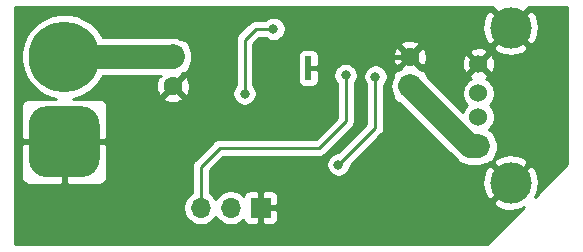
<source format=gbr>
%TF.GenerationSoftware,KiCad,Pcbnew,5.1.10*%
%TF.CreationDate,2021-11-10T11:09:16+01:00*%
%TF.ProjectId,Buck-Converter,4275636b-2d43-46f6-9e76-65727465722e,rev?*%
%TF.SameCoordinates,Original*%
%TF.FileFunction,Copper,L2,Bot*%
%TF.FilePolarity,Positive*%
%FSLAX46Y46*%
G04 Gerber Fmt 4.6, Leading zero omitted, Abs format (unit mm)*
G04 Created by KiCad (PCBNEW 5.1.10) date 2021-11-10 11:09:16*
%MOMM*%
%LPD*%
G01*
G04 APERTURE LIST*
%TA.AperFunction,ComponentPad*%
%ADD10C,1.524000*%
%TD*%
%TA.AperFunction,ComponentPad*%
%ADD11R,1.524000X1.524000*%
%TD*%
%TA.AperFunction,ComponentPad*%
%ADD12C,3.500000*%
%TD*%
%TA.AperFunction,SMDPad,CuDef*%
%ADD13R,0.500000X2.000000*%
%TD*%
%TA.AperFunction,ComponentPad*%
%ADD14C,0.500000*%
%TD*%
%TA.AperFunction,ComponentPad*%
%ADD15C,6.000000*%
%TD*%
%TA.AperFunction,ComponentPad*%
%ADD16O,1.700000X1.700000*%
%TD*%
%TA.AperFunction,ComponentPad*%
%ADD17R,1.700000X1.700000*%
%TD*%
%TA.AperFunction,ComponentPad*%
%ADD18C,1.600000*%
%TD*%
%TA.AperFunction,ComponentPad*%
%ADD19R,1.600000X1.600000*%
%TD*%
%TA.AperFunction,ViaPad*%
%ADD20C,0.800000*%
%TD*%
%TA.AperFunction,Conductor*%
%ADD21C,0.400000*%
%TD*%
%TA.AperFunction,Conductor*%
%ADD22C,2.000000*%
%TD*%
%TA.AperFunction,Conductor*%
%ADD23C,0.250000*%
%TD*%
%TA.AperFunction,Conductor*%
%ADD24C,0.254000*%
%TD*%
%TA.AperFunction,Conductor*%
%ADD25C,0.100000*%
%TD*%
G04 APERTURE END LIST*
D10*
%TO.P,J3,4*%
%TO.N,GND*%
X126360000Y-71440000D03*
%TO.P,J3,3*%
%TO.N,Net-(J3-Pad3)*%
X126360000Y-73940000D03*
%TO.P,J3,2*%
%TO.N,Net-(J3-Pad2)*%
X126360000Y-75940000D03*
D11*
%TO.P,J3,1*%
%TO.N,Net-(C3-Pad1)*%
X126360000Y-78440000D03*
D12*
%TO.P,J3,5*%
%TO.N,GND*%
X129070000Y-81510000D03*
X129070000Y-68370000D03*
%TD*%
D13*
%TO.P,U1,9*%
%TO.N,GND*%
X111940000Y-71790000D03*
D14*
X111940000Y-72540000D03*
X111940000Y-71790000D03*
X111940000Y-71040000D03*
%TD*%
%TO.P,J2,1*%
%TO.N,GND*%
%TA.AperFunction,ComponentPad*%
G36*
G01*
X92780000Y-81040000D02*
X89780000Y-81040000D01*
G75*
G02*
X88280000Y-79540000I0J1500000D01*
G01*
X88280000Y-76540000D01*
G75*
G02*
X89780000Y-75040000I1500000J0D01*
G01*
X92780000Y-75040000D01*
G75*
G02*
X94280000Y-76540000I0J-1500000D01*
G01*
X94280000Y-79540000D01*
G75*
G02*
X92780000Y-81040000I-1500000J0D01*
G01*
G37*
%TD.AperFunction*%
D15*
%TO.P,J2,2*%
%TO.N,Net-(C1-Pad1)*%
X91280000Y-70840000D03*
%TD*%
D16*
%TO.P,J1,3*%
%TO.N,Net-(J1-Pad3)*%
X102840000Y-83630000D03*
%TO.P,J1,2*%
%TO.N,Net-(J1-Pad2)*%
X105380000Y-83630000D03*
D17*
%TO.P,J1,1*%
%TO.N,GND*%
X107920000Y-83630000D03*
%TD*%
D18*
%TO.P,C3,2*%
%TO.N,GND*%
X120550000Y-70830000D03*
D19*
%TO.P,C3,1*%
%TO.N,Net-(C3-Pad1)*%
X120550000Y-73330000D03*
%TD*%
D18*
%TO.P,C1,2*%
%TO.N,GND*%
X100490000Y-73320000D03*
D19*
%TO.P,C1,1*%
%TO.N,Net-(C1-Pad1)*%
X100490000Y-70820000D03*
%TD*%
D20*
%TO.N,Net-(J1-Pad3)*%
X115110000Y-72400000D03*
%TO.N,Net-(Q1-Pad3)*%
X109000000Y-68490000D03*
X106550000Y-73960000D03*
%TO.N,Net-(R4-Pad2)*%
X117630000Y-72520000D03*
X114500000Y-79970000D03*
%TD*%
D21*
%TO.N,GND*%
X111940000Y-71790000D02*
X113090000Y-71790000D01*
X114050000Y-70830000D02*
X120550000Y-70830000D01*
X113090000Y-71790000D02*
X114050000Y-70830000D01*
D22*
%TO.N,Net-(C1-Pad1)*%
X100470000Y-70840000D02*
X100490000Y-70820000D01*
X91280000Y-70840000D02*
X100470000Y-70840000D01*
%TO.N,Net-(C3-Pad1)*%
X125660000Y-78440000D02*
X120550000Y-73330000D01*
X126360000Y-78440000D02*
X125660000Y-78440000D01*
D23*
%TO.N,Net-(J1-Pad3)*%
X115110000Y-72400000D02*
X115110000Y-76320000D01*
X115110000Y-76320000D02*
X112880000Y-78550000D01*
X112880000Y-78550000D02*
X104440000Y-78550000D01*
X102840000Y-80150000D02*
X102840000Y-83630000D01*
X104440000Y-78550000D02*
X102840000Y-80150000D01*
%TO.N,Net-(Q1-Pad3)*%
X109000000Y-68490000D02*
X107500000Y-68490000D01*
X106550000Y-69440000D02*
X106550000Y-73960000D01*
X107500000Y-68490000D02*
X106550000Y-69440000D01*
%TO.N,Net-(R4-Pad2)*%
X117630000Y-72520000D02*
X117630000Y-76840000D01*
X117630000Y-76840000D02*
X114500000Y-79970000D01*
X114500000Y-79970000D02*
X114500000Y-79970000D01*
%TD*%
D24*
%TO.N,GND*%
X127579997Y-66700391D02*
X129070000Y-68190395D01*
X130560003Y-66700391D01*
X130532518Y-66650000D01*
X133890000Y-66650000D01*
X133890001Y-79946618D01*
X131142918Y-82693701D01*
X131296513Y-82396591D01*
X131426696Y-81945185D01*
X131466313Y-81477054D01*
X131413842Y-81010189D01*
X131271297Y-80562532D01*
X131080766Y-80206073D01*
X130739609Y-80019997D01*
X129249605Y-81510000D01*
X129263748Y-81524142D01*
X129084142Y-81703748D01*
X129070000Y-81689605D01*
X127579997Y-83179609D01*
X127766073Y-83520766D01*
X128183409Y-83736513D01*
X128634815Y-83866696D01*
X129102946Y-83906313D01*
X129569811Y-83853842D01*
X130017468Y-83711297D01*
X130249169Y-83587450D01*
X127096620Y-86740000D01*
X87150000Y-86740000D01*
X87150000Y-83483740D01*
X101355000Y-83483740D01*
X101355000Y-83776260D01*
X101412068Y-84063158D01*
X101524010Y-84333411D01*
X101686525Y-84576632D01*
X101893368Y-84783475D01*
X102136589Y-84945990D01*
X102406842Y-85057932D01*
X102693740Y-85115000D01*
X102986260Y-85115000D01*
X103273158Y-85057932D01*
X103543411Y-84945990D01*
X103786632Y-84783475D01*
X103993475Y-84576632D01*
X104110000Y-84402240D01*
X104226525Y-84576632D01*
X104433368Y-84783475D01*
X104676589Y-84945990D01*
X104946842Y-85057932D01*
X105233740Y-85115000D01*
X105526260Y-85115000D01*
X105813158Y-85057932D01*
X106083411Y-84945990D01*
X106326632Y-84783475D01*
X106458487Y-84651620D01*
X106480498Y-84724180D01*
X106539463Y-84834494D01*
X106618815Y-84931185D01*
X106715506Y-85010537D01*
X106825820Y-85069502D01*
X106945518Y-85105812D01*
X107070000Y-85118072D01*
X107634250Y-85115000D01*
X107793000Y-84956250D01*
X107793000Y-83757000D01*
X108047000Y-83757000D01*
X108047000Y-84956250D01*
X108205750Y-85115000D01*
X108770000Y-85118072D01*
X108894482Y-85105812D01*
X109014180Y-85069502D01*
X109124494Y-85010537D01*
X109221185Y-84931185D01*
X109300537Y-84834494D01*
X109359502Y-84724180D01*
X109395812Y-84604482D01*
X109408072Y-84480000D01*
X109405000Y-83915750D01*
X109246250Y-83757000D01*
X108047000Y-83757000D01*
X107793000Y-83757000D01*
X107773000Y-83757000D01*
X107773000Y-83503000D01*
X107793000Y-83503000D01*
X107793000Y-82303750D01*
X108047000Y-82303750D01*
X108047000Y-83503000D01*
X109246250Y-83503000D01*
X109405000Y-83344250D01*
X109408072Y-82780000D01*
X109395812Y-82655518D01*
X109359502Y-82535820D01*
X109300537Y-82425506D01*
X109221185Y-82328815D01*
X109124494Y-82249463D01*
X109014180Y-82190498D01*
X108894482Y-82154188D01*
X108770000Y-82141928D01*
X108205750Y-82145000D01*
X108047000Y-82303750D01*
X107793000Y-82303750D01*
X107634250Y-82145000D01*
X107070000Y-82141928D01*
X106945518Y-82154188D01*
X106825820Y-82190498D01*
X106715506Y-82249463D01*
X106618815Y-82328815D01*
X106539463Y-82425506D01*
X106480498Y-82535820D01*
X106458487Y-82608380D01*
X106326632Y-82476525D01*
X106083411Y-82314010D01*
X105813158Y-82202068D01*
X105526260Y-82145000D01*
X105233740Y-82145000D01*
X104946842Y-82202068D01*
X104676589Y-82314010D01*
X104433368Y-82476525D01*
X104226525Y-82683368D01*
X104110000Y-82857760D01*
X103993475Y-82683368D01*
X103786632Y-82476525D01*
X103600000Y-82351822D01*
X103600000Y-81542946D01*
X126673687Y-81542946D01*
X126726158Y-82009811D01*
X126868703Y-82457468D01*
X127059234Y-82813927D01*
X127400391Y-83000003D01*
X128890395Y-81510000D01*
X127400391Y-80019997D01*
X127059234Y-80206073D01*
X126843487Y-80623409D01*
X126713304Y-81074815D01*
X126673687Y-81542946D01*
X103600000Y-81542946D01*
X103600000Y-80464801D01*
X104196740Y-79868061D01*
X113465000Y-79868061D01*
X113465000Y-80071939D01*
X113504774Y-80271898D01*
X113582795Y-80460256D01*
X113696063Y-80629774D01*
X113840226Y-80773937D01*
X114009744Y-80887205D01*
X114198102Y-80965226D01*
X114398061Y-81005000D01*
X114601939Y-81005000D01*
X114801898Y-80965226D01*
X114990256Y-80887205D01*
X115159774Y-80773937D01*
X115303937Y-80629774D01*
X115417205Y-80460256D01*
X115495226Y-80271898D01*
X115535000Y-80071939D01*
X115535000Y-80009801D01*
X118141008Y-77403795D01*
X118170001Y-77380001D01*
X118193795Y-77351008D01*
X118193799Y-77351004D01*
X118264973Y-77264277D01*
X118264974Y-77264276D01*
X118335546Y-77132247D01*
X118379003Y-76988986D01*
X118390000Y-76877333D01*
X118390000Y-76877324D01*
X118393676Y-76840001D01*
X118390000Y-76802678D01*
X118390000Y-73330000D01*
X118907089Y-73330000D01*
X118938658Y-73650516D01*
X119032148Y-73958714D01*
X119111928Y-74107971D01*
X119111928Y-74130000D01*
X119124188Y-74254482D01*
X119160498Y-74374180D01*
X119219463Y-74484494D01*
X119298815Y-74581185D01*
X119395506Y-74660537D01*
X119505820Y-74719502D01*
X119625518Y-74755812D01*
X119667731Y-74759970D01*
X124447080Y-79539319D01*
X124498286Y-79601714D01*
X124747248Y-79806031D01*
X125031285Y-79957852D01*
X125339484Y-80051343D01*
X125579678Y-80075000D01*
X125579680Y-80075000D01*
X125659999Y-80082911D01*
X125740319Y-80075000D01*
X126440322Y-80075000D01*
X126680516Y-80051343D01*
X126988715Y-79957852D01*
X127208468Y-79840391D01*
X127579997Y-79840391D01*
X129070000Y-81330395D01*
X130560003Y-79840391D01*
X130373927Y-79499234D01*
X129956591Y-79283487D01*
X129505185Y-79153304D01*
X129037054Y-79113687D01*
X128570189Y-79166158D01*
X128122532Y-79308703D01*
X127766073Y-79499234D01*
X127579997Y-79840391D01*
X127208468Y-79840391D01*
X127228732Y-79829560D01*
X127246482Y-79827812D01*
X127366180Y-79791502D01*
X127476494Y-79732537D01*
X127573185Y-79653185D01*
X127652537Y-79556494D01*
X127711502Y-79446180D01*
X127747812Y-79326482D01*
X127749560Y-79308732D01*
X127877852Y-79068715D01*
X127971343Y-78760516D01*
X128002911Y-78440000D01*
X127971343Y-78119484D01*
X127877852Y-77811285D01*
X127749560Y-77571268D01*
X127747812Y-77553518D01*
X127711502Y-77433820D01*
X127652537Y-77323506D01*
X127573185Y-77226815D01*
X127476494Y-77147463D01*
X127366180Y-77088498D01*
X127246482Y-77052188D01*
X127228732Y-77050440D01*
X127219792Y-77045662D01*
X127250535Y-77025120D01*
X127445120Y-76830535D01*
X127598005Y-76601727D01*
X127703314Y-76347490D01*
X127757000Y-76077592D01*
X127757000Y-75802408D01*
X127703314Y-75532510D01*
X127598005Y-75278273D01*
X127445120Y-75049465D01*
X127335655Y-74940000D01*
X127445120Y-74830535D01*
X127598005Y-74601727D01*
X127703314Y-74347490D01*
X127757000Y-74077592D01*
X127757000Y-73802408D01*
X127703314Y-73532510D01*
X127598005Y-73278273D01*
X127445120Y-73049465D01*
X127250535Y-72854880D01*
X127021727Y-72701995D01*
X126994599Y-72690758D01*
X127078980Y-72645656D01*
X127145960Y-72405565D01*
X126360000Y-71619605D01*
X125574040Y-72405565D01*
X125641020Y-72645656D01*
X125731533Y-72688218D01*
X125698273Y-72701995D01*
X125469465Y-72854880D01*
X125274880Y-73049465D01*
X125121995Y-73278273D01*
X125016686Y-73532510D01*
X124963000Y-73802408D01*
X124963000Y-74077592D01*
X125016686Y-74347490D01*
X125121995Y-74601727D01*
X125274880Y-74830535D01*
X125384345Y-74940000D01*
X125274880Y-75049465D01*
X125121995Y-75278273D01*
X125030763Y-75498525D01*
X121979970Y-72447731D01*
X121975812Y-72405518D01*
X121939502Y-72285820D01*
X121880537Y-72175506D01*
X121801185Y-72078815D01*
X121704494Y-71999463D01*
X121594180Y-71940498D01*
X121474482Y-71904188D01*
X121350000Y-71891928D01*
X121342785Y-71891928D01*
X121363097Y-71822702D01*
X120550000Y-71009605D01*
X119736903Y-71822702D01*
X119757215Y-71891928D01*
X119750000Y-71891928D01*
X119625518Y-71904188D01*
X119505820Y-71940498D01*
X119395506Y-71999463D01*
X119298815Y-72078815D01*
X119219463Y-72175506D01*
X119160498Y-72285820D01*
X119124188Y-72405518D01*
X119111928Y-72530000D01*
X119111928Y-72552029D01*
X119032148Y-72701286D01*
X118938658Y-73009484D01*
X118907089Y-73330000D01*
X118390000Y-73330000D01*
X118390000Y-73223711D01*
X118433937Y-73179774D01*
X118547205Y-73010256D01*
X118625226Y-72821898D01*
X118665000Y-72621939D01*
X118665000Y-72418061D01*
X118625226Y-72218102D01*
X118547205Y-72029744D01*
X118433937Y-71860226D01*
X118289774Y-71716063D01*
X118120256Y-71602795D01*
X117931898Y-71524774D01*
X117731939Y-71485000D01*
X117528061Y-71485000D01*
X117328102Y-71524774D01*
X117139744Y-71602795D01*
X116970226Y-71716063D01*
X116826063Y-71860226D01*
X116712795Y-72029744D01*
X116634774Y-72218102D01*
X116595000Y-72418061D01*
X116595000Y-72621939D01*
X116634774Y-72821898D01*
X116712795Y-73010256D01*
X116826063Y-73179774D01*
X116870000Y-73223711D01*
X116870001Y-76525196D01*
X114460199Y-78935000D01*
X114398061Y-78935000D01*
X114198102Y-78974774D01*
X114009744Y-79052795D01*
X113840226Y-79166063D01*
X113696063Y-79310226D01*
X113582795Y-79479744D01*
X113504774Y-79668102D01*
X113465000Y-79868061D01*
X104196740Y-79868061D01*
X104754802Y-79310000D01*
X112842678Y-79310000D01*
X112880000Y-79313676D01*
X112917322Y-79310000D01*
X112917333Y-79310000D01*
X113028986Y-79299003D01*
X113172247Y-79255546D01*
X113304276Y-79184974D01*
X113420001Y-79090001D01*
X113443804Y-79060997D01*
X115621003Y-76883799D01*
X115650001Y-76860001D01*
X115744974Y-76744276D01*
X115815546Y-76612247D01*
X115859003Y-76468986D01*
X115870000Y-76357333D01*
X115870000Y-76357324D01*
X115873676Y-76320001D01*
X115870000Y-76282678D01*
X115870000Y-73103711D01*
X115913937Y-73059774D01*
X116027205Y-72890256D01*
X116105226Y-72701898D01*
X116145000Y-72501939D01*
X116145000Y-72298061D01*
X116105226Y-72098102D01*
X116027205Y-71909744D01*
X115913937Y-71740226D01*
X115769774Y-71596063D01*
X115600256Y-71482795D01*
X115411898Y-71404774D01*
X115211939Y-71365000D01*
X115008061Y-71365000D01*
X114808102Y-71404774D01*
X114619744Y-71482795D01*
X114450226Y-71596063D01*
X114306063Y-71740226D01*
X114192795Y-71909744D01*
X114114774Y-72098102D01*
X114075000Y-72298061D01*
X114075000Y-72501939D01*
X114114774Y-72701898D01*
X114192795Y-72890256D01*
X114306063Y-73059774D01*
X114350000Y-73103711D01*
X114350001Y-76005197D01*
X112565199Y-77790000D01*
X104477325Y-77790000D01*
X104440000Y-77786324D01*
X104402675Y-77790000D01*
X104402667Y-77790000D01*
X104291014Y-77800997D01*
X104147753Y-77844454D01*
X104015724Y-77915026D01*
X103899999Y-78009999D01*
X103876201Y-78038997D01*
X102329003Y-79586196D01*
X102299999Y-79609999D01*
X102252316Y-79668102D01*
X102205026Y-79725724D01*
X102143905Y-79840072D01*
X102134454Y-79857754D01*
X102090997Y-80001015D01*
X102080000Y-80112668D01*
X102080000Y-80112678D01*
X102076324Y-80150000D01*
X102080000Y-80187323D01*
X102080001Y-82351821D01*
X101893368Y-82476525D01*
X101686525Y-82683368D01*
X101524010Y-82926589D01*
X101412068Y-83196842D01*
X101355000Y-83483740D01*
X87150000Y-83483740D01*
X87150000Y-81040000D01*
X87641928Y-81040000D01*
X87654188Y-81164482D01*
X87690498Y-81284180D01*
X87749463Y-81394494D01*
X87828815Y-81491185D01*
X87925506Y-81570537D01*
X88035820Y-81629502D01*
X88155518Y-81665812D01*
X88280000Y-81678072D01*
X90994250Y-81675000D01*
X91153000Y-81516250D01*
X91153000Y-78167000D01*
X91407000Y-78167000D01*
X91407000Y-81516250D01*
X91565750Y-81675000D01*
X94280000Y-81678072D01*
X94404482Y-81665812D01*
X94524180Y-81629502D01*
X94634494Y-81570537D01*
X94731185Y-81491185D01*
X94810537Y-81394494D01*
X94869502Y-81284180D01*
X94905812Y-81164482D01*
X94918072Y-81040000D01*
X94915000Y-78325750D01*
X94756250Y-78167000D01*
X91407000Y-78167000D01*
X91153000Y-78167000D01*
X87803750Y-78167000D01*
X87645000Y-78325750D01*
X87641928Y-81040000D01*
X87150000Y-81040000D01*
X87150000Y-75040000D01*
X87641928Y-75040000D01*
X87645000Y-77754250D01*
X87803750Y-77913000D01*
X91153000Y-77913000D01*
X91153000Y-77893000D01*
X91407000Y-77893000D01*
X91407000Y-77913000D01*
X94756250Y-77913000D01*
X94915000Y-77754250D01*
X94918072Y-75040000D01*
X94905812Y-74915518D01*
X94869502Y-74795820D01*
X94810537Y-74685506D01*
X94731185Y-74588815D01*
X94634494Y-74509463D01*
X94524180Y-74450498D01*
X94404482Y-74414188D01*
X94280000Y-74401928D01*
X91992357Y-74404517D01*
X92340290Y-74335309D01*
X92394868Y-74312702D01*
X99676903Y-74312702D01*
X99748486Y-74556671D01*
X100003996Y-74677571D01*
X100278184Y-74746300D01*
X100560512Y-74760217D01*
X100840130Y-74718787D01*
X101106292Y-74623603D01*
X101231514Y-74556671D01*
X101303097Y-74312702D01*
X100490000Y-73499605D01*
X99676903Y-74312702D01*
X92394868Y-74312702D01*
X93001818Y-74061295D01*
X93597177Y-73663489D01*
X94103489Y-73157177D01*
X94501295Y-72561818D01*
X94537256Y-72475000D01*
X99465393Y-72475000D01*
X99497296Y-72506903D01*
X99253329Y-72578486D01*
X99132429Y-72833996D01*
X99063700Y-73108184D01*
X99049783Y-73390512D01*
X99091213Y-73670130D01*
X99186397Y-73936292D01*
X99253329Y-74061514D01*
X99497298Y-74133097D01*
X100310395Y-73320000D01*
X100669605Y-73320000D01*
X101482702Y-74133097D01*
X101726671Y-74061514D01*
X101822939Y-73858061D01*
X105515000Y-73858061D01*
X105515000Y-74061939D01*
X105554774Y-74261898D01*
X105632795Y-74450256D01*
X105746063Y-74619774D01*
X105890226Y-74763937D01*
X106059744Y-74877205D01*
X106248102Y-74955226D01*
X106448061Y-74995000D01*
X106651939Y-74995000D01*
X106851898Y-74955226D01*
X107040256Y-74877205D01*
X107209774Y-74763937D01*
X107353937Y-74619774D01*
X107467205Y-74450256D01*
X107545226Y-74261898D01*
X107585000Y-74061939D01*
X107585000Y-73858061D01*
X107545226Y-73658102D01*
X107467205Y-73469744D01*
X107353937Y-73300226D01*
X107310000Y-73256289D01*
X107310000Y-70797688D01*
X111051974Y-70797688D01*
X111055000Y-71504250D01*
X111087856Y-71537106D01*
X111054887Y-71703998D01*
X111055116Y-71878328D01*
X111088039Y-72042711D01*
X111055000Y-72075750D01*
X111051974Y-72782312D01*
X111062734Y-72906933D01*
X111097599Y-73027059D01*
X111155230Y-73138076D01*
X111233412Y-73235716D01*
X111329140Y-73316228D01*
X111438736Y-73376517D01*
X111557987Y-73414266D01*
X111658250Y-73425000D01*
X111690446Y-73392804D01*
X111853998Y-73425113D01*
X112028328Y-73424884D01*
X112189379Y-73392629D01*
X112221750Y-73425000D01*
X112322013Y-73414266D01*
X112441264Y-73376517D01*
X112550860Y-73316228D01*
X112646588Y-73235716D01*
X112724770Y-73138076D01*
X112782401Y-73027059D01*
X112817266Y-72906933D01*
X112828026Y-72782312D01*
X112825000Y-72075750D01*
X112792144Y-72042894D01*
X112825113Y-71876002D01*
X112824884Y-71701672D01*
X112791961Y-71537289D01*
X112825000Y-71504250D01*
X112827585Y-70900512D01*
X119109783Y-70900512D01*
X119151213Y-71180130D01*
X119246397Y-71446292D01*
X119313329Y-71571514D01*
X119557298Y-71643097D01*
X120370395Y-70830000D01*
X120729605Y-70830000D01*
X121542702Y-71643097D01*
X121786671Y-71571514D01*
X121814823Y-71512017D01*
X124958090Y-71512017D01*
X124999078Y-71784133D01*
X125092364Y-72043023D01*
X125154344Y-72158980D01*
X125394435Y-72225960D01*
X126180395Y-71440000D01*
X126539605Y-71440000D01*
X127325565Y-72225960D01*
X127565656Y-72158980D01*
X127682756Y-71909952D01*
X127749023Y-71642865D01*
X127761910Y-71367983D01*
X127720922Y-71095867D01*
X127627636Y-70836977D01*
X127565656Y-70721020D01*
X127325565Y-70654040D01*
X126539605Y-71440000D01*
X126180395Y-71440000D01*
X125394435Y-70654040D01*
X125154344Y-70721020D01*
X125037244Y-70970048D01*
X124970977Y-71237135D01*
X124958090Y-71512017D01*
X121814823Y-71512017D01*
X121907571Y-71316004D01*
X121976300Y-71041816D01*
X121990217Y-70759488D01*
X121948787Y-70479870D01*
X121946844Y-70474435D01*
X125574040Y-70474435D01*
X126360000Y-71260395D01*
X127145960Y-70474435D01*
X127078980Y-70234344D01*
X126829952Y-70117244D01*
X126562865Y-70050977D01*
X126320384Y-70039609D01*
X127579997Y-70039609D01*
X127766073Y-70380766D01*
X128183409Y-70596513D01*
X128634815Y-70726696D01*
X129102946Y-70766313D01*
X129569811Y-70713842D01*
X130017468Y-70571297D01*
X130373927Y-70380766D01*
X130560003Y-70039609D01*
X129070000Y-68549605D01*
X127579997Y-70039609D01*
X126320384Y-70039609D01*
X126287983Y-70038090D01*
X126015867Y-70079078D01*
X125756977Y-70172364D01*
X125641020Y-70234344D01*
X125574040Y-70474435D01*
X121946844Y-70474435D01*
X121853603Y-70213708D01*
X121786671Y-70088486D01*
X121542702Y-70016903D01*
X120729605Y-70830000D01*
X120370395Y-70830000D01*
X119557298Y-70016903D01*
X119313329Y-70088486D01*
X119192429Y-70343996D01*
X119123700Y-70618184D01*
X119109783Y-70900512D01*
X112827585Y-70900512D01*
X112828026Y-70797688D01*
X112817266Y-70673067D01*
X112782401Y-70552941D01*
X112724770Y-70441924D01*
X112646588Y-70344284D01*
X112550860Y-70263772D01*
X112441264Y-70203483D01*
X112322013Y-70165734D01*
X112221750Y-70155000D01*
X112189554Y-70187196D01*
X112026002Y-70154887D01*
X111851672Y-70155116D01*
X111690621Y-70187371D01*
X111658250Y-70155000D01*
X111557987Y-70165734D01*
X111438736Y-70203483D01*
X111329140Y-70263772D01*
X111233412Y-70344284D01*
X111155230Y-70441924D01*
X111097599Y-70552941D01*
X111062734Y-70673067D01*
X111051974Y-70797688D01*
X107310000Y-70797688D01*
X107310000Y-69837298D01*
X119736903Y-69837298D01*
X120550000Y-70650395D01*
X121363097Y-69837298D01*
X121291514Y-69593329D01*
X121036004Y-69472429D01*
X120761816Y-69403700D01*
X120479488Y-69389783D01*
X120199870Y-69431213D01*
X119933708Y-69526397D01*
X119808486Y-69593329D01*
X119736903Y-69837298D01*
X107310000Y-69837298D01*
X107310000Y-69754801D01*
X107814802Y-69250000D01*
X108296289Y-69250000D01*
X108340226Y-69293937D01*
X108509744Y-69407205D01*
X108698102Y-69485226D01*
X108898061Y-69525000D01*
X109101939Y-69525000D01*
X109301898Y-69485226D01*
X109490256Y-69407205D01*
X109659774Y-69293937D01*
X109803937Y-69149774D01*
X109917205Y-68980256D01*
X109995226Y-68791898D01*
X110035000Y-68591939D01*
X110035000Y-68402946D01*
X126673687Y-68402946D01*
X126726158Y-68869811D01*
X126868703Y-69317468D01*
X127059234Y-69673927D01*
X127400391Y-69860003D01*
X128890395Y-68370000D01*
X129249605Y-68370000D01*
X130739609Y-69860003D01*
X131080766Y-69673927D01*
X131296513Y-69256591D01*
X131426696Y-68805185D01*
X131466313Y-68337054D01*
X131413842Y-67870189D01*
X131271297Y-67422532D01*
X131080766Y-67066073D01*
X130739609Y-66879997D01*
X129249605Y-68370000D01*
X128890395Y-68370000D01*
X127400391Y-66879997D01*
X127059234Y-67066073D01*
X126843487Y-67483409D01*
X126713304Y-67934815D01*
X126673687Y-68402946D01*
X110035000Y-68402946D01*
X110035000Y-68388061D01*
X109995226Y-68188102D01*
X109917205Y-67999744D01*
X109803937Y-67830226D01*
X109659774Y-67686063D01*
X109490256Y-67572795D01*
X109301898Y-67494774D01*
X109101939Y-67455000D01*
X108898061Y-67455000D01*
X108698102Y-67494774D01*
X108509744Y-67572795D01*
X108340226Y-67686063D01*
X108296289Y-67730000D01*
X107537323Y-67730000D01*
X107500000Y-67726324D01*
X107462677Y-67730000D01*
X107462667Y-67730000D01*
X107351014Y-67740997D01*
X107207753Y-67784454D01*
X107075723Y-67855026D01*
X106992083Y-67923668D01*
X106959999Y-67949999D01*
X106936201Y-67978997D01*
X106039002Y-68876196D01*
X106009999Y-68899999D01*
X105954871Y-68967174D01*
X105915026Y-69015724D01*
X105907395Y-69030001D01*
X105844454Y-69147754D01*
X105800997Y-69291015D01*
X105790000Y-69402668D01*
X105790000Y-69402678D01*
X105786324Y-69440000D01*
X105790000Y-69477323D01*
X105790001Y-73256288D01*
X105746063Y-73300226D01*
X105632795Y-73469744D01*
X105554774Y-73658102D01*
X105515000Y-73858061D01*
X101822939Y-73858061D01*
X101847571Y-73806004D01*
X101916300Y-73531816D01*
X101930217Y-73249488D01*
X101888787Y-72969870D01*
X101793603Y-72703708D01*
X101726671Y-72578486D01*
X101482702Y-72506903D01*
X100669605Y-73320000D01*
X100310395Y-73320000D01*
X100296253Y-73305858D01*
X100475858Y-73126253D01*
X100490000Y-73140395D01*
X101303097Y-72327298D01*
X101283139Y-72259276D01*
X101285390Y-72258072D01*
X101290000Y-72258072D01*
X101414482Y-72245812D01*
X101534180Y-72209502D01*
X101644494Y-72150537D01*
X101741185Y-72071185D01*
X101820537Y-71974494D01*
X101879502Y-71864180D01*
X101915812Y-71744482D01*
X101928072Y-71620000D01*
X101928072Y-71597970D01*
X102007851Y-71448714D01*
X102101342Y-71140516D01*
X102132911Y-70820001D01*
X102101342Y-70499484D01*
X102007851Y-70191286D01*
X101928072Y-70042030D01*
X101928072Y-70020000D01*
X101915812Y-69895518D01*
X101879502Y-69775820D01*
X101820537Y-69665506D01*
X101741185Y-69568815D01*
X101644494Y-69489463D01*
X101534180Y-69430498D01*
X101414482Y-69394188D01*
X101290000Y-69381928D01*
X101267970Y-69381928D01*
X101118714Y-69302149D01*
X100810516Y-69208658D01*
X100489999Y-69177089D01*
X100206623Y-69205000D01*
X94537256Y-69205000D01*
X94501295Y-69118182D01*
X94103489Y-68522823D01*
X93597177Y-68016511D01*
X93001818Y-67618705D01*
X92340290Y-67344691D01*
X91638016Y-67205000D01*
X90921984Y-67205000D01*
X90219710Y-67344691D01*
X89558182Y-67618705D01*
X88962823Y-68016511D01*
X88456511Y-68522823D01*
X88058705Y-69118182D01*
X87784691Y-69779710D01*
X87645000Y-70481984D01*
X87645000Y-71198016D01*
X87784691Y-71900290D01*
X88058705Y-72561818D01*
X88456511Y-73157177D01*
X88962823Y-73663489D01*
X89558182Y-74061295D01*
X90219710Y-74335309D01*
X90567643Y-74404517D01*
X88280000Y-74401928D01*
X88155518Y-74414188D01*
X88035820Y-74450498D01*
X87925506Y-74509463D01*
X87828815Y-74588815D01*
X87749463Y-74685506D01*
X87690498Y-74795820D01*
X87654188Y-74915518D01*
X87641928Y-75040000D01*
X87150000Y-75040000D01*
X87150000Y-66650000D01*
X127607482Y-66650000D01*
X127579997Y-66700391D01*
%TA.AperFunction,Conductor*%
D25*
G36*
X127579997Y-66700391D02*
G01*
X129070000Y-68190395D01*
X130560003Y-66700391D01*
X130532518Y-66650000D01*
X133890000Y-66650000D01*
X133890001Y-79946618D01*
X131142918Y-82693701D01*
X131296513Y-82396591D01*
X131426696Y-81945185D01*
X131466313Y-81477054D01*
X131413842Y-81010189D01*
X131271297Y-80562532D01*
X131080766Y-80206073D01*
X130739609Y-80019997D01*
X129249605Y-81510000D01*
X129263748Y-81524142D01*
X129084142Y-81703748D01*
X129070000Y-81689605D01*
X127579997Y-83179609D01*
X127766073Y-83520766D01*
X128183409Y-83736513D01*
X128634815Y-83866696D01*
X129102946Y-83906313D01*
X129569811Y-83853842D01*
X130017468Y-83711297D01*
X130249169Y-83587450D01*
X127096620Y-86740000D01*
X87150000Y-86740000D01*
X87150000Y-83483740D01*
X101355000Y-83483740D01*
X101355000Y-83776260D01*
X101412068Y-84063158D01*
X101524010Y-84333411D01*
X101686525Y-84576632D01*
X101893368Y-84783475D01*
X102136589Y-84945990D01*
X102406842Y-85057932D01*
X102693740Y-85115000D01*
X102986260Y-85115000D01*
X103273158Y-85057932D01*
X103543411Y-84945990D01*
X103786632Y-84783475D01*
X103993475Y-84576632D01*
X104110000Y-84402240D01*
X104226525Y-84576632D01*
X104433368Y-84783475D01*
X104676589Y-84945990D01*
X104946842Y-85057932D01*
X105233740Y-85115000D01*
X105526260Y-85115000D01*
X105813158Y-85057932D01*
X106083411Y-84945990D01*
X106326632Y-84783475D01*
X106458487Y-84651620D01*
X106480498Y-84724180D01*
X106539463Y-84834494D01*
X106618815Y-84931185D01*
X106715506Y-85010537D01*
X106825820Y-85069502D01*
X106945518Y-85105812D01*
X107070000Y-85118072D01*
X107634250Y-85115000D01*
X107793000Y-84956250D01*
X107793000Y-83757000D01*
X108047000Y-83757000D01*
X108047000Y-84956250D01*
X108205750Y-85115000D01*
X108770000Y-85118072D01*
X108894482Y-85105812D01*
X109014180Y-85069502D01*
X109124494Y-85010537D01*
X109221185Y-84931185D01*
X109300537Y-84834494D01*
X109359502Y-84724180D01*
X109395812Y-84604482D01*
X109408072Y-84480000D01*
X109405000Y-83915750D01*
X109246250Y-83757000D01*
X108047000Y-83757000D01*
X107793000Y-83757000D01*
X107773000Y-83757000D01*
X107773000Y-83503000D01*
X107793000Y-83503000D01*
X107793000Y-82303750D01*
X108047000Y-82303750D01*
X108047000Y-83503000D01*
X109246250Y-83503000D01*
X109405000Y-83344250D01*
X109408072Y-82780000D01*
X109395812Y-82655518D01*
X109359502Y-82535820D01*
X109300537Y-82425506D01*
X109221185Y-82328815D01*
X109124494Y-82249463D01*
X109014180Y-82190498D01*
X108894482Y-82154188D01*
X108770000Y-82141928D01*
X108205750Y-82145000D01*
X108047000Y-82303750D01*
X107793000Y-82303750D01*
X107634250Y-82145000D01*
X107070000Y-82141928D01*
X106945518Y-82154188D01*
X106825820Y-82190498D01*
X106715506Y-82249463D01*
X106618815Y-82328815D01*
X106539463Y-82425506D01*
X106480498Y-82535820D01*
X106458487Y-82608380D01*
X106326632Y-82476525D01*
X106083411Y-82314010D01*
X105813158Y-82202068D01*
X105526260Y-82145000D01*
X105233740Y-82145000D01*
X104946842Y-82202068D01*
X104676589Y-82314010D01*
X104433368Y-82476525D01*
X104226525Y-82683368D01*
X104110000Y-82857760D01*
X103993475Y-82683368D01*
X103786632Y-82476525D01*
X103600000Y-82351822D01*
X103600000Y-81542946D01*
X126673687Y-81542946D01*
X126726158Y-82009811D01*
X126868703Y-82457468D01*
X127059234Y-82813927D01*
X127400391Y-83000003D01*
X128890395Y-81510000D01*
X127400391Y-80019997D01*
X127059234Y-80206073D01*
X126843487Y-80623409D01*
X126713304Y-81074815D01*
X126673687Y-81542946D01*
X103600000Y-81542946D01*
X103600000Y-80464801D01*
X104196740Y-79868061D01*
X113465000Y-79868061D01*
X113465000Y-80071939D01*
X113504774Y-80271898D01*
X113582795Y-80460256D01*
X113696063Y-80629774D01*
X113840226Y-80773937D01*
X114009744Y-80887205D01*
X114198102Y-80965226D01*
X114398061Y-81005000D01*
X114601939Y-81005000D01*
X114801898Y-80965226D01*
X114990256Y-80887205D01*
X115159774Y-80773937D01*
X115303937Y-80629774D01*
X115417205Y-80460256D01*
X115495226Y-80271898D01*
X115535000Y-80071939D01*
X115535000Y-80009801D01*
X118141008Y-77403795D01*
X118170001Y-77380001D01*
X118193795Y-77351008D01*
X118193799Y-77351004D01*
X118264973Y-77264277D01*
X118264974Y-77264276D01*
X118335546Y-77132247D01*
X118379003Y-76988986D01*
X118390000Y-76877333D01*
X118390000Y-76877324D01*
X118393676Y-76840001D01*
X118390000Y-76802678D01*
X118390000Y-73330000D01*
X118907089Y-73330000D01*
X118938658Y-73650516D01*
X119032148Y-73958714D01*
X119111928Y-74107971D01*
X119111928Y-74130000D01*
X119124188Y-74254482D01*
X119160498Y-74374180D01*
X119219463Y-74484494D01*
X119298815Y-74581185D01*
X119395506Y-74660537D01*
X119505820Y-74719502D01*
X119625518Y-74755812D01*
X119667731Y-74759970D01*
X124447080Y-79539319D01*
X124498286Y-79601714D01*
X124747248Y-79806031D01*
X125031285Y-79957852D01*
X125339484Y-80051343D01*
X125579678Y-80075000D01*
X125579680Y-80075000D01*
X125659999Y-80082911D01*
X125740319Y-80075000D01*
X126440322Y-80075000D01*
X126680516Y-80051343D01*
X126988715Y-79957852D01*
X127208468Y-79840391D01*
X127579997Y-79840391D01*
X129070000Y-81330395D01*
X130560003Y-79840391D01*
X130373927Y-79499234D01*
X129956591Y-79283487D01*
X129505185Y-79153304D01*
X129037054Y-79113687D01*
X128570189Y-79166158D01*
X128122532Y-79308703D01*
X127766073Y-79499234D01*
X127579997Y-79840391D01*
X127208468Y-79840391D01*
X127228732Y-79829560D01*
X127246482Y-79827812D01*
X127366180Y-79791502D01*
X127476494Y-79732537D01*
X127573185Y-79653185D01*
X127652537Y-79556494D01*
X127711502Y-79446180D01*
X127747812Y-79326482D01*
X127749560Y-79308732D01*
X127877852Y-79068715D01*
X127971343Y-78760516D01*
X128002911Y-78440000D01*
X127971343Y-78119484D01*
X127877852Y-77811285D01*
X127749560Y-77571268D01*
X127747812Y-77553518D01*
X127711502Y-77433820D01*
X127652537Y-77323506D01*
X127573185Y-77226815D01*
X127476494Y-77147463D01*
X127366180Y-77088498D01*
X127246482Y-77052188D01*
X127228732Y-77050440D01*
X127219792Y-77045662D01*
X127250535Y-77025120D01*
X127445120Y-76830535D01*
X127598005Y-76601727D01*
X127703314Y-76347490D01*
X127757000Y-76077592D01*
X127757000Y-75802408D01*
X127703314Y-75532510D01*
X127598005Y-75278273D01*
X127445120Y-75049465D01*
X127335655Y-74940000D01*
X127445120Y-74830535D01*
X127598005Y-74601727D01*
X127703314Y-74347490D01*
X127757000Y-74077592D01*
X127757000Y-73802408D01*
X127703314Y-73532510D01*
X127598005Y-73278273D01*
X127445120Y-73049465D01*
X127250535Y-72854880D01*
X127021727Y-72701995D01*
X126994599Y-72690758D01*
X127078980Y-72645656D01*
X127145960Y-72405565D01*
X126360000Y-71619605D01*
X125574040Y-72405565D01*
X125641020Y-72645656D01*
X125731533Y-72688218D01*
X125698273Y-72701995D01*
X125469465Y-72854880D01*
X125274880Y-73049465D01*
X125121995Y-73278273D01*
X125016686Y-73532510D01*
X124963000Y-73802408D01*
X124963000Y-74077592D01*
X125016686Y-74347490D01*
X125121995Y-74601727D01*
X125274880Y-74830535D01*
X125384345Y-74940000D01*
X125274880Y-75049465D01*
X125121995Y-75278273D01*
X125030763Y-75498525D01*
X121979970Y-72447731D01*
X121975812Y-72405518D01*
X121939502Y-72285820D01*
X121880537Y-72175506D01*
X121801185Y-72078815D01*
X121704494Y-71999463D01*
X121594180Y-71940498D01*
X121474482Y-71904188D01*
X121350000Y-71891928D01*
X121342785Y-71891928D01*
X121363097Y-71822702D01*
X120550000Y-71009605D01*
X119736903Y-71822702D01*
X119757215Y-71891928D01*
X119750000Y-71891928D01*
X119625518Y-71904188D01*
X119505820Y-71940498D01*
X119395506Y-71999463D01*
X119298815Y-72078815D01*
X119219463Y-72175506D01*
X119160498Y-72285820D01*
X119124188Y-72405518D01*
X119111928Y-72530000D01*
X119111928Y-72552029D01*
X119032148Y-72701286D01*
X118938658Y-73009484D01*
X118907089Y-73330000D01*
X118390000Y-73330000D01*
X118390000Y-73223711D01*
X118433937Y-73179774D01*
X118547205Y-73010256D01*
X118625226Y-72821898D01*
X118665000Y-72621939D01*
X118665000Y-72418061D01*
X118625226Y-72218102D01*
X118547205Y-72029744D01*
X118433937Y-71860226D01*
X118289774Y-71716063D01*
X118120256Y-71602795D01*
X117931898Y-71524774D01*
X117731939Y-71485000D01*
X117528061Y-71485000D01*
X117328102Y-71524774D01*
X117139744Y-71602795D01*
X116970226Y-71716063D01*
X116826063Y-71860226D01*
X116712795Y-72029744D01*
X116634774Y-72218102D01*
X116595000Y-72418061D01*
X116595000Y-72621939D01*
X116634774Y-72821898D01*
X116712795Y-73010256D01*
X116826063Y-73179774D01*
X116870000Y-73223711D01*
X116870001Y-76525196D01*
X114460199Y-78935000D01*
X114398061Y-78935000D01*
X114198102Y-78974774D01*
X114009744Y-79052795D01*
X113840226Y-79166063D01*
X113696063Y-79310226D01*
X113582795Y-79479744D01*
X113504774Y-79668102D01*
X113465000Y-79868061D01*
X104196740Y-79868061D01*
X104754802Y-79310000D01*
X112842678Y-79310000D01*
X112880000Y-79313676D01*
X112917322Y-79310000D01*
X112917333Y-79310000D01*
X113028986Y-79299003D01*
X113172247Y-79255546D01*
X113304276Y-79184974D01*
X113420001Y-79090001D01*
X113443804Y-79060997D01*
X115621003Y-76883799D01*
X115650001Y-76860001D01*
X115744974Y-76744276D01*
X115815546Y-76612247D01*
X115859003Y-76468986D01*
X115870000Y-76357333D01*
X115870000Y-76357324D01*
X115873676Y-76320001D01*
X115870000Y-76282678D01*
X115870000Y-73103711D01*
X115913937Y-73059774D01*
X116027205Y-72890256D01*
X116105226Y-72701898D01*
X116145000Y-72501939D01*
X116145000Y-72298061D01*
X116105226Y-72098102D01*
X116027205Y-71909744D01*
X115913937Y-71740226D01*
X115769774Y-71596063D01*
X115600256Y-71482795D01*
X115411898Y-71404774D01*
X115211939Y-71365000D01*
X115008061Y-71365000D01*
X114808102Y-71404774D01*
X114619744Y-71482795D01*
X114450226Y-71596063D01*
X114306063Y-71740226D01*
X114192795Y-71909744D01*
X114114774Y-72098102D01*
X114075000Y-72298061D01*
X114075000Y-72501939D01*
X114114774Y-72701898D01*
X114192795Y-72890256D01*
X114306063Y-73059774D01*
X114350000Y-73103711D01*
X114350001Y-76005197D01*
X112565199Y-77790000D01*
X104477325Y-77790000D01*
X104440000Y-77786324D01*
X104402675Y-77790000D01*
X104402667Y-77790000D01*
X104291014Y-77800997D01*
X104147753Y-77844454D01*
X104015724Y-77915026D01*
X103899999Y-78009999D01*
X103876201Y-78038997D01*
X102329003Y-79586196D01*
X102299999Y-79609999D01*
X102252316Y-79668102D01*
X102205026Y-79725724D01*
X102143905Y-79840072D01*
X102134454Y-79857754D01*
X102090997Y-80001015D01*
X102080000Y-80112668D01*
X102080000Y-80112678D01*
X102076324Y-80150000D01*
X102080000Y-80187323D01*
X102080001Y-82351821D01*
X101893368Y-82476525D01*
X101686525Y-82683368D01*
X101524010Y-82926589D01*
X101412068Y-83196842D01*
X101355000Y-83483740D01*
X87150000Y-83483740D01*
X87150000Y-81040000D01*
X87641928Y-81040000D01*
X87654188Y-81164482D01*
X87690498Y-81284180D01*
X87749463Y-81394494D01*
X87828815Y-81491185D01*
X87925506Y-81570537D01*
X88035820Y-81629502D01*
X88155518Y-81665812D01*
X88280000Y-81678072D01*
X90994250Y-81675000D01*
X91153000Y-81516250D01*
X91153000Y-78167000D01*
X91407000Y-78167000D01*
X91407000Y-81516250D01*
X91565750Y-81675000D01*
X94280000Y-81678072D01*
X94404482Y-81665812D01*
X94524180Y-81629502D01*
X94634494Y-81570537D01*
X94731185Y-81491185D01*
X94810537Y-81394494D01*
X94869502Y-81284180D01*
X94905812Y-81164482D01*
X94918072Y-81040000D01*
X94915000Y-78325750D01*
X94756250Y-78167000D01*
X91407000Y-78167000D01*
X91153000Y-78167000D01*
X87803750Y-78167000D01*
X87645000Y-78325750D01*
X87641928Y-81040000D01*
X87150000Y-81040000D01*
X87150000Y-75040000D01*
X87641928Y-75040000D01*
X87645000Y-77754250D01*
X87803750Y-77913000D01*
X91153000Y-77913000D01*
X91153000Y-77893000D01*
X91407000Y-77893000D01*
X91407000Y-77913000D01*
X94756250Y-77913000D01*
X94915000Y-77754250D01*
X94918072Y-75040000D01*
X94905812Y-74915518D01*
X94869502Y-74795820D01*
X94810537Y-74685506D01*
X94731185Y-74588815D01*
X94634494Y-74509463D01*
X94524180Y-74450498D01*
X94404482Y-74414188D01*
X94280000Y-74401928D01*
X91992357Y-74404517D01*
X92340290Y-74335309D01*
X92394868Y-74312702D01*
X99676903Y-74312702D01*
X99748486Y-74556671D01*
X100003996Y-74677571D01*
X100278184Y-74746300D01*
X100560512Y-74760217D01*
X100840130Y-74718787D01*
X101106292Y-74623603D01*
X101231514Y-74556671D01*
X101303097Y-74312702D01*
X100490000Y-73499605D01*
X99676903Y-74312702D01*
X92394868Y-74312702D01*
X93001818Y-74061295D01*
X93597177Y-73663489D01*
X94103489Y-73157177D01*
X94501295Y-72561818D01*
X94537256Y-72475000D01*
X99465393Y-72475000D01*
X99497296Y-72506903D01*
X99253329Y-72578486D01*
X99132429Y-72833996D01*
X99063700Y-73108184D01*
X99049783Y-73390512D01*
X99091213Y-73670130D01*
X99186397Y-73936292D01*
X99253329Y-74061514D01*
X99497298Y-74133097D01*
X100310395Y-73320000D01*
X100669605Y-73320000D01*
X101482702Y-74133097D01*
X101726671Y-74061514D01*
X101822939Y-73858061D01*
X105515000Y-73858061D01*
X105515000Y-74061939D01*
X105554774Y-74261898D01*
X105632795Y-74450256D01*
X105746063Y-74619774D01*
X105890226Y-74763937D01*
X106059744Y-74877205D01*
X106248102Y-74955226D01*
X106448061Y-74995000D01*
X106651939Y-74995000D01*
X106851898Y-74955226D01*
X107040256Y-74877205D01*
X107209774Y-74763937D01*
X107353937Y-74619774D01*
X107467205Y-74450256D01*
X107545226Y-74261898D01*
X107585000Y-74061939D01*
X107585000Y-73858061D01*
X107545226Y-73658102D01*
X107467205Y-73469744D01*
X107353937Y-73300226D01*
X107310000Y-73256289D01*
X107310000Y-70797688D01*
X111051974Y-70797688D01*
X111055000Y-71504250D01*
X111087856Y-71537106D01*
X111054887Y-71703998D01*
X111055116Y-71878328D01*
X111088039Y-72042711D01*
X111055000Y-72075750D01*
X111051974Y-72782312D01*
X111062734Y-72906933D01*
X111097599Y-73027059D01*
X111155230Y-73138076D01*
X111233412Y-73235716D01*
X111329140Y-73316228D01*
X111438736Y-73376517D01*
X111557987Y-73414266D01*
X111658250Y-73425000D01*
X111690446Y-73392804D01*
X111853998Y-73425113D01*
X112028328Y-73424884D01*
X112189379Y-73392629D01*
X112221750Y-73425000D01*
X112322013Y-73414266D01*
X112441264Y-73376517D01*
X112550860Y-73316228D01*
X112646588Y-73235716D01*
X112724770Y-73138076D01*
X112782401Y-73027059D01*
X112817266Y-72906933D01*
X112828026Y-72782312D01*
X112825000Y-72075750D01*
X112792144Y-72042894D01*
X112825113Y-71876002D01*
X112824884Y-71701672D01*
X112791961Y-71537289D01*
X112825000Y-71504250D01*
X112827585Y-70900512D01*
X119109783Y-70900512D01*
X119151213Y-71180130D01*
X119246397Y-71446292D01*
X119313329Y-71571514D01*
X119557298Y-71643097D01*
X120370395Y-70830000D01*
X120729605Y-70830000D01*
X121542702Y-71643097D01*
X121786671Y-71571514D01*
X121814823Y-71512017D01*
X124958090Y-71512017D01*
X124999078Y-71784133D01*
X125092364Y-72043023D01*
X125154344Y-72158980D01*
X125394435Y-72225960D01*
X126180395Y-71440000D01*
X126539605Y-71440000D01*
X127325565Y-72225960D01*
X127565656Y-72158980D01*
X127682756Y-71909952D01*
X127749023Y-71642865D01*
X127761910Y-71367983D01*
X127720922Y-71095867D01*
X127627636Y-70836977D01*
X127565656Y-70721020D01*
X127325565Y-70654040D01*
X126539605Y-71440000D01*
X126180395Y-71440000D01*
X125394435Y-70654040D01*
X125154344Y-70721020D01*
X125037244Y-70970048D01*
X124970977Y-71237135D01*
X124958090Y-71512017D01*
X121814823Y-71512017D01*
X121907571Y-71316004D01*
X121976300Y-71041816D01*
X121990217Y-70759488D01*
X121948787Y-70479870D01*
X121946844Y-70474435D01*
X125574040Y-70474435D01*
X126360000Y-71260395D01*
X127145960Y-70474435D01*
X127078980Y-70234344D01*
X126829952Y-70117244D01*
X126562865Y-70050977D01*
X126320384Y-70039609D01*
X127579997Y-70039609D01*
X127766073Y-70380766D01*
X128183409Y-70596513D01*
X128634815Y-70726696D01*
X129102946Y-70766313D01*
X129569811Y-70713842D01*
X130017468Y-70571297D01*
X130373927Y-70380766D01*
X130560003Y-70039609D01*
X129070000Y-68549605D01*
X127579997Y-70039609D01*
X126320384Y-70039609D01*
X126287983Y-70038090D01*
X126015867Y-70079078D01*
X125756977Y-70172364D01*
X125641020Y-70234344D01*
X125574040Y-70474435D01*
X121946844Y-70474435D01*
X121853603Y-70213708D01*
X121786671Y-70088486D01*
X121542702Y-70016903D01*
X120729605Y-70830000D01*
X120370395Y-70830000D01*
X119557298Y-70016903D01*
X119313329Y-70088486D01*
X119192429Y-70343996D01*
X119123700Y-70618184D01*
X119109783Y-70900512D01*
X112827585Y-70900512D01*
X112828026Y-70797688D01*
X112817266Y-70673067D01*
X112782401Y-70552941D01*
X112724770Y-70441924D01*
X112646588Y-70344284D01*
X112550860Y-70263772D01*
X112441264Y-70203483D01*
X112322013Y-70165734D01*
X112221750Y-70155000D01*
X112189554Y-70187196D01*
X112026002Y-70154887D01*
X111851672Y-70155116D01*
X111690621Y-70187371D01*
X111658250Y-70155000D01*
X111557987Y-70165734D01*
X111438736Y-70203483D01*
X111329140Y-70263772D01*
X111233412Y-70344284D01*
X111155230Y-70441924D01*
X111097599Y-70552941D01*
X111062734Y-70673067D01*
X111051974Y-70797688D01*
X107310000Y-70797688D01*
X107310000Y-69837298D01*
X119736903Y-69837298D01*
X120550000Y-70650395D01*
X121363097Y-69837298D01*
X121291514Y-69593329D01*
X121036004Y-69472429D01*
X120761816Y-69403700D01*
X120479488Y-69389783D01*
X120199870Y-69431213D01*
X119933708Y-69526397D01*
X119808486Y-69593329D01*
X119736903Y-69837298D01*
X107310000Y-69837298D01*
X107310000Y-69754801D01*
X107814802Y-69250000D01*
X108296289Y-69250000D01*
X108340226Y-69293937D01*
X108509744Y-69407205D01*
X108698102Y-69485226D01*
X108898061Y-69525000D01*
X109101939Y-69525000D01*
X109301898Y-69485226D01*
X109490256Y-69407205D01*
X109659774Y-69293937D01*
X109803937Y-69149774D01*
X109917205Y-68980256D01*
X109995226Y-68791898D01*
X110035000Y-68591939D01*
X110035000Y-68402946D01*
X126673687Y-68402946D01*
X126726158Y-68869811D01*
X126868703Y-69317468D01*
X127059234Y-69673927D01*
X127400391Y-69860003D01*
X128890395Y-68370000D01*
X129249605Y-68370000D01*
X130739609Y-69860003D01*
X131080766Y-69673927D01*
X131296513Y-69256591D01*
X131426696Y-68805185D01*
X131466313Y-68337054D01*
X131413842Y-67870189D01*
X131271297Y-67422532D01*
X131080766Y-67066073D01*
X130739609Y-66879997D01*
X129249605Y-68370000D01*
X128890395Y-68370000D01*
X127400391Y-66879997D01*
X127059234Y-67066073D01*
X126843487Y-67483409D01*
X126713304Y-67934815D01*
X126673687Y-68402946D01*
X110035000Y-68402946D01*
X110035000Y-68388061D01*
X109995226Y-68188102D01*
X109917205Y-67999744D01*
X109803937Y-67830226D01*
X109659774Y-67686063D01*
X109490256Y-67572795D01*
X109301898Y-67494774D01*
X109101939Y-67455000D01*
X108898061Y-67455000D01*
X108698102Y-67494774D01*
X108509744Y-67572795D01*
X108340226Y-67686063D01*
X108296289Y-67730000D01*
X107537323Y-67730000D01*
X107500000Y-67726324D01*
X107462677Y-67730000D01*
X107462667Y-67730000D01*
X107351014Y-67740997D01*
X107207753Y-67784454D01*
X107075723Y-67855026D01*
X106992083Y-67923668D01*
X106959999Y-67949999D01*
X106936201Y-67978997D01*
X106039002Y-68876196D01*
X106009999Y-68899999D01*
X105954871Y-68967174D01*
X105915026Y-69015724D01*
X105907395Y-69030001D01*
X105844454Y-69147754D01*
X105800997Y-69291015D01*
X105790000Y-69402668D01*
X105790000Y-69402678D01*
X105786324Y-69440000D01*
X105790000Y-69477323D01*
X105790001Y-73256288D01*
X105746063Y-73300226D01*
X105632795Y-73469744D01*
X105554774Y-73658102D01*
X105515000Y-73858061D01*
X101822939Y-73858061D01*
X101847571Y-73806004D01*
X101916300Y-73531816D01*
X101930217Y-73249488D01*
X101888787Y-72969870D01*
X101793603Y-72703708D01*
X101726671Y-72578486D01*
X101482702Y-72506903D01*
X100669605Y-73320000D01*
X100310395Y-73320000D01*
X100296253Y-73305858D01*
X100475858Y-73126253D01*
X100490000Y-73140395D01*
X101303097Y-72327298D01*
X101283139Y-72259276D01*
X101285390Y-72258072D01*
X101290000Y-72258072D01*
X101414482Y-72245812D01*
X101534180Y-72209502D01*
X101644494Y-72150537D01*
X101741185Y-72071185D01*
X101820537Y-71974494D01*
X101879502Y-71864180D01*
X101915812Y-71744482D01*
X101928072Y-71620000D01*
X101928072Y-71597970D01*
X102007851Y-71448714D01*
X102101342Y-71140516D01*
X102132911Y-70820001D01*
X102101342Y-70499484D01*
X102007851Y-70191286D01*
X101928072Y-70042030D01*
X101928072Y-70020000D01*
X101915812Y-69895518D01*
X101879502Y-69775820D01*
X101820537Y-69665506D01*
X101741185Y-69568815D01*
X101644494Y-69489463D01*
X101534180Y-69430498D01*
X101414482Y-69394188D01*
X101290000Y-69381928D01*
X101267970Y-69381928D01*
X101118714Y-69302149D01*
X100810516Y-69208658D01*
X100489999Y-69177089D01*
X100206623Y-69205000D01*
X94537256Y-69205000D01*
X94501295Y-69118182D01*
X94103489Y-68522823D01*
X93597177Y-68016511D01*
X93001818Y-67618705D01*
X92340290Y-67344691D01*
X91638016Y-67205000D01*
X90921984Y-67205000D01*
X90219710Y-67344691D01*
X89558182Y-67618705D01*
X88962823Y-68016511D01*
X88456511Y-68522823D01*
X88058705Y-69118182D01*
X87784691Y-69779710D01*
X87645000Y-70481984D01*
X87645000Y-71198016D01*
X87784691Y-71900290D01*
X88058705Y-72561818D01*
X88456511Y-73157177D01*
X88962823Y-73663489D01*
X89558182Y-74061295D01*
X90219710Y-74335309D01*
X90567643Y-74404517D01*
X88280000Y-74401928D01*
X88155518Y-74414188D01*
X88035820Y-74450498D01*
X87925506Y-74509463D01*
X87828815Y-74588815D01*
X87749463Y-74685506D01*
X87690498Y-74795820D01*
X87654188Y-74915518D01*
X87641928Y-75040000D01*
X87150000Y-75040000D01*
X87150000Y-66650000D01*
X127607482Y-66650000D01*
X127579997Y-66700391D01*
G37*
%TD.AperFunction*%
%TD*%
M02*

</source>
